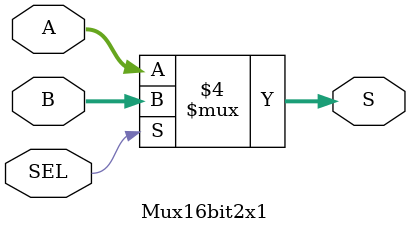
<source format=v>

module Mux16bit2x1 (A, B, S, SEL);

	input SEL;
	input [15:0] A, B;
	output reg [15:0] S;

	always @(A or B or SEL)
	begin
		if (SEL == 0)
			S = A;
		else
			S = B;
	end

endmodule

</source>
